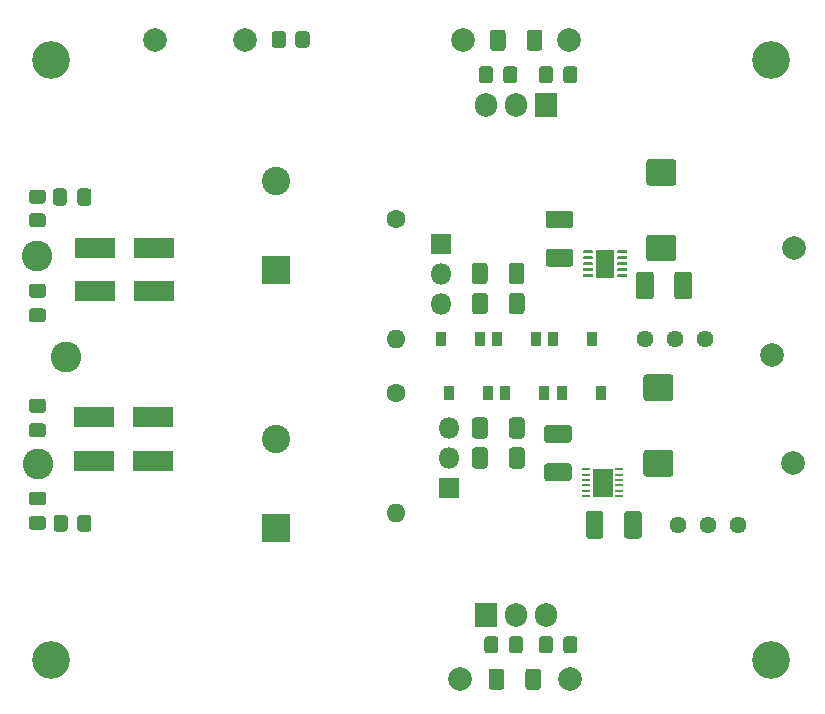
<source format=gbr>
G04 #@! TF.GenerationSoftware,KiCad,Pcbnew,(5.1.10-0-10_14)*
G04 #@! TF.CreationDate,2021-10-15T20:20:18+02:00*
G04 #@! TF.ProjectId,lv-lownoise-psu,6c762d6c-6f77-46e6-9f69-73652d707375,rev?*
G04 #@! TF.SameCoordinates,Original*
G04 #@! TF.FileFunction,Soldermask,Top*
G04 #@! TF.FilePolarity,Negative*
%FSLAX46Y46*%
G04 Gerber Fmt 4.6, Leading zero omitted, Abs format (unit mm)*
G04 Created by KiCad (PCBNEW (5.1.10-0-10_14)) date 2021-10-15 20:20:18*
%MOMM*%
%LPD*%
G01*
G04 APERTURE LIST*
%ADD10R,1.660000X2.380000*%
%ADD11R,0.700000X0.250000*%
%ADD12R,1.650000X2.380000*%
%ADD13C,2.000000*%
%ADD14R,0.900000X1.200000*%
%ADD15O,1.600000X1.600000*%
%ADD16C,1.600000*%
%ADD17O,1.800000X1.800000*%
%ADD18R,1.800000X1.800000*%
%ADD19O,1.905000X2.000000*%
%ADD20R,1.905000X2.000000*%
%ADD21R,3.500000X1.800000*%
%ADD22C,2.400000*%
%ADD23R,2.400000X2.400000*%
%ADD24C,1.440000*%
%ADD25C,2.600000*%
%ADD26C,3.200000*%
G04 APERTURE END LIST*
G36*
G01*
X122074500Y-66088499D02*
X122074500Y-67388501D01*
G75*
G02*
X121824501Y-67638500I-249999J0D01*
G01*
X120999499Y-67638500D01*
G75*
G02*
X120749500Y-67388501I0J249999D01*
G01*
X120749500Y-66088499D01*
G75*
G02*
X120999499Y-65838500I249999J0D01*
G01*
X121824501Y-65838500D01*
G75*
G02*
X122074500Y-66088499I0J-249999D01*
G01*
G37*
G36*
G01*
X125199500Y-66088499D02*
X125199500Y-67388501D01*
G75*
G02*
X124949501Y-67638500I-249999J0D01*
G01*
X124124499Y-67638500D01*
G75*
G02*
X123874500Y-67388501I0J249999D01*
G01*
X123874500Y-66088499D01*
G75*
G02*
X124124499Y-65838500I249999J0D01*
G01*
X124949501Y-65838500D01*
G75*
G02*
X125199500Y-66088499I0J-249999D01*
G01*
G37*
G36*
G01*
X123861000Y-51767501D02*
X123861000Y-50467499D01*
G75*
G02*
X124110999Y-50217500I249999J0D01*
G01*
X124936001Y-50217500D01*
G75*
G02*
X125186000Y-50467499I0J-249999D01*
G01*
X125186000Y-51767501D01*
G75*
G02*
X124936001Y-52017500I-249999J0D01*
G01*
X124110999Y-52017500D01*
G75*
G02*
X123861000Y-51767501I0J249999D01*
G01*
G37*
G36*
G01*
X120736000Y-51767501D02*
X120736000Y-50467499D01*
G75*
G02*
X120985999Y-50217500I249999J0D01*
G01*
X121811001Y-50217500D01*
G75*
G02*
X122061000Y-50467499I0J-249999D01*
G01*
X122061000Y-51767501D01*
G75*
G02*
X121811001Y-52017500I-249999J0D01*
G01*
X120985999Y-52017500D01*
G75*
G02*
X120736000Y-51767501I0J249999D01*
G01*
G37*
D10*
X131826000Y-68834000D03*
D11*
X133226000Y-67709000D03*
X133226000Y-68159000D03*
X133226000Y-68609000D03*
X133226000Y-69059000D03*
X133226000Y-69509000D03*
X133226000Y-69959000D03*
X130426000Y-69959000D03*
X130426000Y-69509000D03*
X130426000Y-69059000D03*
X130426000Y-68609000D03*
X130426000Y-68159000D03*
X130426000Y-67709000D03*
G36*
G01*
X133627500Y-73315000D02*
X133627500Y-71465000D01*
G75*
G02*
X133877500Y-71215000I250000J0D01*
G01*
X134877500Y-71215000D01*
G75*
G02*
X135127500Y-71465000I0J-250000D01*
G01*
X135127500Y-73315000D01*
G75*
G02*
X134877500Y-73565000I-250000J0D01*
G01*
X133877500Y-73565000D01*
G75*
G02*
X133627500Y-73315000I0J250000D01*
G01*
G37*
G36*
G01*
X130377500Y-73315000D02*
X130377500Y-71465000D01*
G75*
G02*
X130627500Y-71215000I250000J0D01*
G01*
X131627500Y-71215000D01*
G75*
G02*
X131877500Y-71465000I0J-250000D01*
G01*
X131877500Y-73315000D01*
G75*
G02*
X131627500Y-73565000I-250000J0D01*
G01*
X130627500Y-73565000D01*
G75*
G02*
X130377500Y-73315000I0J250000D01*
G01*
G37*
G36*
G01*
X127091000Y-67195000D02*
X128941000Y-67195000D01*
G75*
G02*
X129191000Y-67445000I0J-250000D01*
G01*
X129191000Y-68445000D01*
G75*
G02*
X128941000Y-68695000I-250000J0D01*
G01*
X127091000Y-68695000D01*
G75*
G02*
X126841000Y-68445000I0J250000D01*
G01*
X126841000Y-67445000D01*
G75*
G02*
X127091000Y-67195000I250000J0D01*
G01*
G37*
G36*
G01*
X127091000Y-63945000D02*
X128941000Y-63945000D01*
G75*
G02*
X129191000Y-64195000I0J-250000D01*
G01*
X129191000Y-65195000D01*
G75*
G02*
X128941000Y-65445000I-250000J0D01*
G01*
X127091000Y-65445000D01*
G75*
G02*
X126841000Y-65195000I0J250000D01*
G01*
X126841000Y-64195000D01*
G75*
G02*
X127091000Y-63945000I250000J0D01*
G01*
G37*
D12*
X132016500Y-50292000D03*
G36*
G01*
X133041500Y-49354500D02*
X133041500Y-49229500D01*
G75*
G02*
X133104000Y-49167000I62500J0D01*
G01*
X133829000Y-49167000D01*
G75*
G02*
X133891500Y-49229500I0J-62500D01*
G01*
X133891500Y-49354500D01*
G75*
G02*
X133829000Y-49417000I-62500J0D01*
G01*
X133104000Y-49417000D01*
G75*
G02*
X133041500Y-49354500I0J62500D01*
G01*
G37*
G36*
G01*
X133041500Y-49854500D02*
X133041500Y-49729500D01*
G75*
G02*
X133104000Y-49667000I62500J0D01*
G01*
X133829000Y-49667000D01*
G75*
G02*
X133891500Y-49729500I0J-62500D01*
G01*
X133891500Y-49854500D01*
G75*
G02*
X133829000Y-49917000I-62500J0D01*
G01*
X133104000Y-49917000D01*
G75*
G02*
X133041500Y-49854500I0J62500D01*
G01*
G37*
G36*
G01*
X133041500Y-50354500D02*
X133041500Y-50229500D01*
G75*
G02*
X133104000Y-50167000I62500J0D01*
G01*
X133829000Y-50167000D01*
G75*
G02*
X133891500Y-50229500I0J-62500D01*
G01*
X133891500Y-50354500D01*
G75*
G02*
X133829000Y-50417000I-62500J0D01*
G01*
X133104000Y-50417000D01*
G75*
G02*
X133041500Y-50354500I0J62500D01*
G01*
G37*
G36*
G01*
X133041500Y-50854500D02*
X133041500Y-50729500D01*
G75*
G02*
X133104000Y-50667000I62500J0D01*
G01*
X133829000Y-50667000D01*
G75*
G02*
X133891500Y-50729500I0J-62500D01*
G01*
X133891500Y-50854500D01*
G75*
G02*
X133829000Y-50917000I-62500J0D01*
G01*
X133104000Y-50917000D01*
G75*
G02*
X133041500Y-50854500I0J62500D01*
G01*
G37*
G36*
G01*
X133041500Y-51354500D02*
X133041500Y-51229500D01*
G75*
G02*
X133104000Y-51167000I62500J0D01*
G01*
X133829000Y-51167000D01*
G75*
G02*
X133891500Y-51229500I0J-62500D01*
G01*
X133891500Y-51354500D01*
G75*
G02*
X133829000Y-51417000I-62500J0D01*
G01*
X133104000Y-51417000D01*
G75*
G02*
X133041500Y-51354500I0J62500D01*
G01*
G37*
G36*
G01*
X130141500Y-51354500D02*
X130141500Y-51229500D01*
G75*
G02*
X130204000Y-51167000I62500J0D01*
G01*
X130929000Y-51167000D01*
G75*
G02*
X130991500Y-51229500I0J-62500D01*
G01*
X130991500Y-51354500D01*
G75*
G02*
X130929000Y-51417000I-62500J0D01*
G01*
X130204000Y-51417000D01*
G75*
G02*
X130141500Y-51354500I0J62500D01*
G01*
G37*
G36*
G01*
X130141500Y-50854500D02*
X130141500Y-50729500D01*
G75*
G02*
X130204000Y-50667000I62500J0D01*
G01*
X130929000Y-50667000D01*
G75*
G02*
X130991500Y-50729500I0J-62500D01*
G01*
X130991500Y-50854500D01*
G75*
G02*
X130929000Y-50917000I-62500J0D01*
G01*
X130204000Y-50917000D01*
G75*
G02*
X130141500Y-50854500I0J62500D01*
G01*
G37*
G36*
G01*
X130141500Y-50354500D02*
X130141500Y-50229500D01*
G75*
G02*
X130204000Y-50167000I62500J0D01*
G01*
X130929000Y-50167000D01*
G75*
G02*
X130991500Y-50229500I0J-62500D01*
G01*
X130991500Y-50354500D01*
G75*
G02*
X130929000Y-50417000I-62500J0D01*
G01*
X130204000Y-50417000D01*
G75*
G02*
X130141500Y-50354500I0J62500D01*
G01*
G37*
G36*
G01*
X130141500Y-49854500D02*
X130141500Y-49729500D01*
G75*
G02*
X130204000Y-49667000I62500J0D01*
G01*
X130929000Y-49667000D01*
G75*
G02*
X130991500Y-49729500I0J-62500D01*
G01*
X130991500Y-49854500D01*
G75*
G02*
X130929000Y-49917000I-62500J0D01*
G01*
X130204000Y-49917000D01*
G75*
G02*
X130141500Y-49854500I0J62500D01*
G01*
G37*
G36*
G01*
X130141500Y-49354500D02*
X130141500Y-49229500D01*
G75*
G02*
X130204000Y-49167000I62500J0D01*
G01*
X130929000Y-49167000D01*
G75*
G02*
X130991500Y-49229500I0J-62500D01*
G01*
X130991500Y-49354500D01*
G75*
G02*
X130929000Y-49417000I-62500J0D01*
G01*
X130204000Y-49417000D01*
G75*
G02*
X130141500Y-49354500I0J62500D01*
G01*
G37*
G36*
G01*
X137882000Y-53058500D02*
X137882000Y-51208500D01*
G75*
G02*
X138132000Y-50958500I250000J0D01*
G01*
X139132000Y-50958500D01*
G75*
G02*
X139382000Y-51208500I0J-250000D01*
G01*
X139382000Y-53058500D01*
G75*
G02*
X139132000Y-53308500I-250000J0D01*
G01*
X138132000Y-53308500D01*
G75*
G02*
X137882000Y-53058500I0J250000D01*
G01*
G37*
G36*
G01*
X134632000Y-53058500D02*
X134632000Y-51208500D01*
G75*
G02*
X134882000Y-50958500I250000J0D01*
G01*
X135882000Y-50958500D01*
G75*
G02*
X136132000Y-51208500I0J-250000D01*
G01*
X136132000Y-53058500D01*
G75*
G02*
X135882000Y-53308500I-250000J0D01*
G01*
X134882000Y-53308500D01*
G75*
G02*
X134632000Y-53058500I0J250000D01*
G01*
G37*
G36*
G01*
X129068000Y-47284000D02*
X127218000Y-47284000D01*
G75*
G02*
X126968000Y-47034000I0J250000D01*
G01*
X126968000Y-46034000D01*
G75*
G02*
X127218000Y-45784000I250000J0D01*
G01*
X129068000Y-45784000D01*
G75*
G02*
X129318000Y-46034000I0J-250000D01*
G01*
X129318000Y-47034000D01*
G75*
G02*
X129068000Y-47284000I-250000J0D01*
G01*
G37*
G36*
G01*
X129068000Y-50534000D02*
X127218000Y-50534000D01*
G75*
G02*
X126968000Y-50284000I0J250000D01*
G01*
X126968000Y-49284000D01*
G75*
G02*
X127218000Y-49034000I250000J0D01*
G01*
X129068000Y-49034000D01*
G75*
G02*
X129318000Y-49284000I0J-250000D01*
G01*
X129318000Y-50284000D01*
G75*
G02*
X129068000Y-50534000I-250000J0D01*
G01*
G37*
G36*
G01*
X122074500Y-63548499D02*
X122074500Y-64848501D01*
G75*
G02*
X121824501Y-65098500I-249999J0D01*
G01*
X120999499Y-65098500D01*
G75*
G02*
X120749500Y-64848501I0J249999D01*
G01*
X120749500Y-63548499D01*
G75*
G02*
X120999499Y-63298500I249999J0D01*
G01*
X121824501Y-63298500D01*
G75*
G02*
X122074500Y-63548499I0J-249999D01*
G01*
G37*
G36*
G01*
X125199500Y-63548499D02*
X125199500Y-64848501D01*
G75*
G02*
X124949501Y-65098500I-249999J0D01*
G01*
X124124499Y-65098500D01*
G75*
G02*
X123874500Y-64848501I0J249999D01*
G01*
X123874500Y-63548499D01*
G75*
G02*
X124124499Y-63298500I249999J0D01*
G01*
X124949501Y-63298500D01*
G75*
G02*
X125199500Y-63548499I0J-249999D01*
G01*
G37*
G36*
G01*
X123874500Y-54307501D02*
X123874500Y-53007499D01*
G75*
G02*
X124124499Y-52757500I249999J0D01*
G01*
X124949501Y-52757500D01*
G75*
G02*
X125199500Y-53007499I0J-249999D01*
G01*
X125199500Y-54307501D01*
G75*
G02*
X124949501Y-54557500I-249999J0D01*
G01*
X124124499Y-54557500D01*
G75*
G02*
X123874500Y-54307501I0J249999D01*
G01*
G37*
G36*
G01*
X120749500Y-54307501D02*
X120749500Y-53007499D01*
G75*
G02*
X120999499Y-52757500I249999J0D01*
G01*
X121824501Y-52757500D01*
G75*
G02*
X122074500Y-53007499I0J-249999D01*
G01*
X122074500Y-54307501D01*
G75*
G02*
X121824501Y-54557500I-249999J0D01*
G01*
X120999499Y-54557500D01*
G75*
G02*
X120749500Y-54307501I0J249999D01*
G01*
G37*
D13*
X119761000Y-85471000D03*
X129032000Y-85471000D03*
X128968500Y-31369000D03*
X120015000Y-31369000D03*
X93916500Y-31305500D03*
X101536500Y-31305500D03*
X147955000Y-67183000D03*
X146113500Y-58039000D03*
X148018500Y-48958500D03*
D14*
X123571000Y-61214000D03*
X126871000Y-61214000D03*
X128333500Y-61214000D03*
X131633500Y-61214000D03*
X130935000Y-56642000D03*
X127635000Y-56642000D03*
X126172500Y-56642000D03*
X122872500Y-56642000D03*
G36*
G01*
X123471500Y-84820998D02*
X123471500Y-86121002D01*
G75*
G02*
X123221502Y-86371000I-249998J0D01*
G01*
X122396498Y-86371000D01*
G75*
G02*
X122146500Y-86121002I0J249998D01*
G01*
X122146500Y-84820998D01*
G75*
G02*
X122396498Y-84571000I249998J0D01*
G01*
X123221502Y-84571000D01*
G75*
G02*
X123471500Y-84820998I0J-249998D01*
G01*
G37*
G36*
G01*
X126596500Y-84820998D02*
X126596500Y-86121002D01*
G75*
G02*
X126346502Y-86371000I-249998J0D01*
G01*
X125521498Y-86371000D01*
G75*
G02*
X125271500Y-86121002I0J249998D01*
G01*
X125271500Y-84820998D01*
G75*
G02*
X125521498Y-84571000I249998J0D01*
G01*
X126346502Y-84571000D01*
G75*
G02*
X126596500Y-84820998I0J-249998D01*
G01*
G37*
G36*
G01*
X125385000Y-32019002D02*
X125385000Y-30718998D01*
G75*
G02*
X125634998Y-30469000I249998J0D01*
G01*
X126460002Y-30469000D01*
G75*
G02*
X126710000Y-30718998I0J-249998D01*
G01*
X126710000Y-32019002D01*
G75*
G02*
X126460002Y-32269000I-249998J0D01*
G01*
X125634998Y-32269000D01*
G75*
G02*
X125385000Y-32019002I0J249998D01*
G01*
G37*
G36*
G01*
X122260000Y-32019002D02*
X122260000Y-30718998D01*
G75*
G02*
X122509998Y-30469000I249998J0D01*
G01*
X123335002Y-30469000D01*
G75*
G02*
X123585000Y-30718998I0J-249998D01*
G01*
X123585000Y-32019002D01*
G75*
G02*
X123335002Y-32269000I-249998J0D01*
G01*
X122509998Y-32269000D01*
G75*
G02*
X122260000Y-32019002I0J249998D01*
G01*
G37*
G36*
G01*
X123407500Y-34765000D02*
X123407500Y-33815000D01*
G75*
G02*
X123657500Y-33565000I250000J0D01*
G01*
X124332500Y-33565000D01*
G75*
G02*
X124582500Y-33815000I0J-250000D01*
G01*
X124582500Y-34765000D01*
G75*
G02*
X124332500Y-35015000I-250000J0D01*
G01*
X123657500Y-35015000D01*
G75*
G02*
X123407500Y-34765000I0J250000D01*
G01*
G37*
G36*
G01*
X121332500Y-34765000D02*
X121332500Y-33815000D01*
G75*
G02*
X121582500Y-33565000I250000J0D01*
G01*
X122257500Y-33565000D01*
G75*
G02*
X122507500Y-33815000I0J-250000D01*
G01*
X122507500Y-34765000D01*
G75*
G02*
X122257500Y-35015000I-250000J0D01*
G01*
X121582500Y-35015000D01*
G75*
G02*
X121332500Y-34765000I0J250000D01*
G01*
G37*
D15*
X114300000Y-71374000D03*
D16*
X114300000Y-61214000D03*
D15*
X114300000Y-56642000D03*
D16*
X114300000Y-46482000D03*
G36*
G01*
X83496999Y-46009000D02*
X84397001Y-46009000D01*
G75*
G02*
X84647000Y-46258999I0J-249999D01*
G01*
X84647000Y-46959001D01*
G75*
G02*
X84397001Y-47209000I-249999J0D01*
G01*
X83496999Y-47209000D01*
G75*
G02*
X83247000Y-46959001I0J249999D01*
G01*
X83247000Y-46258999D01*
G75*
G02*
X83496999Y-46009000I249999J0D01*
G01*
G37*
G36*
G01*
X83496999Y-44009000D02*
X84397001Y-44009000D01*
G75*
G02*
X84647000Y-44258999I0J-249999D01*
G01*
X84647000Y-44959001D01*
G75*
G02*
X84397001Y-45209000I-249999J0D01*
G01*
X83496999Y-45209000D01*
G75*
G02*
X83247000Y-44959001I0J249999D01*
G01*
X83247000Y-44258999D01*
G75*
G02*
X83496999Y-44009000I249999J0D01*
G01*
G37*
G36*
G01*
X87315500Y-72713001D02*
X87315500Y-71812999D01*
G75*
G02*
X87565499Y-71563000I249999J0D01*
G01*
X88265501Y-71563000D01*
G75*
G02*
X88515500Y-71812999I0J-249999D01*
G01*
X88515500Y-72713001D01*
G75*
G02*
X88265501Y-72963000I-249999J0D01*
G01*
X87565499Y-72963000D01*
G75*
G02*
X87315500Y-72713001I0J249999D01*
G01*
G37*
G36*
G01*
X85315500Y-72713001D02*
X85315500Y-71812999D01*
G75*
G02*
X85565499Y-71563000I249999J0D01*
G01*
X86265501Y-71563000D01*
G75*
G02*
X86515500Y-71812999I0J-249999D01*
G01*
X86515500Y-72713001D01*
G75*
G02*
X86265501Y-72963000I-249999J0D01*
G01*
X85565499Y-72963000D01*
G75*
G02*
X85315500Y-72713001I0J249999D01*
G01*
G37*
D17*
X118808500Y-64198500D03*
X118808500Y-66738500D03*
D18*
X118808500Y-69278500D03*
D17*
X118110000Y-53657500D03*
X118110000Y-51117500D03*
D18*
X118110000Y-48577500D03*
D14*
X118808500Y-61214000D03*
X122108500Y-61214000D03*
X121410000Y-56642000D03*
X118110000Y-56642000D03*
G36*
G01*
X86439500Y-44165500D02*
X86439500Y-45115500D01*
G75*
G02*
X86189500Y-45365500I-250000J0D01*
G01*
X85514500Y-45365500D01*
G75*
G02*
X85264500Y-45115500I0J250000D01*
G01*
X85264500Y-44165500D01*
G75*
G02*
X85514500Y-43915500I250000J0D01*
G01*
X86189500Y-43915500D01*
G75*
G02*
X86439500Y-44165500I0J-250000D01*
G01*
G37*
G36*
G01*
X88514500Y-44165500D02*
X88514500Y-45115500D01*
G75*
G02*
X88264500Y-45365500I-250000J0D01*
G01*
X87589500Y-45365500D01*
G75*
G02*
X87339500Y-45115500I0J250000D01*
G01*
X87339500Y-44165500D01*
G75*
G02*
X87589500Y-43915500I250000J0D01*
G01*
X88264500Y-43915500D01*
G75*
G02*
X88514500Y-44165500I0J-250000D01*
G01*
G37*
G36*
G01*
X83472000Y-71655000D02*
X84422000Y-71655000D01*
G75*
G02*
X84672000Y-71905000I0J-250000D01*
G01*
X84672000Y-72580000D01*
G75*
G02*
X84422000Y-72830000I-250000J0D01*
G01*
X83472000Y-72830000D01*
G75*
G02*
X83222000Y-72580000I0J250000D01*
G01*
X83222000Y-71905000D01*
G75*
G02*
X83472000Y-71655000I250000J0D01*
G01*
G37*
G36*
G01*
X83472000Y-69580000D02*
X84422000Y-69580000D01*
G75*
G02*
X84672000Y-69830000I0J-250000D01*
G01*
X84672000Y-70505000D01*
G75*
G02*
X84422000Y-70755000I-250000J0D01*
G01*
X83472000Y-70755000D01*
G75*
G02*
X83222000Y-70505000I0J250000D01*
G01*
X83222000Y-69830000D01*
G75*
G02*
X83472000Y-69580000I250000J0D01*
G01*
G37*
G36*
G01*
X84422000Y-53165500D02*
X83472000Y-53165500D01*
G75*
G02*
X83222000Y-52915500I0J250000D01*
G01*
X83222000Y-52240500D01*
G75*
G02*
X83472000Y-51990500I250000J0D01*
G01*
X84422000Y-51990500D01*
G75*
G02*
X84672000Y-52240500I0J-250000D01*
G01*
X84672000Y-52915500D01*
G75*
G02*
X84422000Y-53165500I-250000J0D01*
G01*
G37*
G36*
G01*
X84422000Y-55240500D02*
X83472000Y-55240500D01*
G75*
G02*
X83222000Y-54990500I0J250000D01*
G01*
X83222000Y-54315500D01*
G75*
G02*
X83472000Y-54065500I250000J0D01*
G01*
X84422000Y-54065500D01*
G75*
G02*
X84672000Y-54315500I0J-250000D01*
G01*
X84672000Y-54990500D01*
G75*
G02*
X84422000Y-55240500I-250000J0D01*
G01*
G37*
G36*
G01*
X84422000Y-62901500D02*
X83472000Y-62901500D01*
G75*
G02*
X83222000Y-62651500I0J250000D01*
G01*
X83222000Y-61976500D01*
G75*
G02*
X83472000Y-61726500I250000J0D01*
G01*
X84422000Y-61726500D01*
G75*
G02*
X84672000Y-61976500I0J-250000D01*
G01*
X84672000Y-62651500D01*
G75*
G02*
X84422000Y-62901500I-250000J0D01*
G01*
G37*
G36*
G01*
X84422000Y-64976500D02*
X83472000Y-64976500D01*
G75*
G02*
X83222000Y-64726500I0J250000D01*
G01*
X83222000Y-64051500D01*
G75*
G02*
X83472000Y-63801500I250000J0D01*
G01*
X84422000Y-63801500D01*
G75*
G02*
X84672000Y-64051500I0J-250000D01*
G01*
X84672000Y-64726500D01*
G75*
G02*
X84422000Y-64976500I-250000J0D01*
G01*
G37*
G36*
G01*
X135499999Y-66058000D02*
X137550001Y-66058000D01*
G75*
G02*
X137800000Y-66307999I0J-249999D01*
G01*
X137800000Y-68058001D01*
G75*
G02*
X137550001Y-68308000I-249999J0D01*
G01*
X135499999Y-68308000D01*
G75*
G02*
X135250000Y-68058001I0J249999D01*
G01*
X135250000Y-66307999D01*
G75*
G02*
X135499999Y-66058000I249999J0D01*
G01*
G37*
G36*
G01*
X135499999Y-59658000D02*
X137550001Y-59658000D01*
G75*
G02*
X137800000Y-59907999I0J-249999D01*
G01*
X137800000Y-61658001D01*
G75*
G02*
X137550001Y-61908000I-249999J0D01*
G01*
X135499999Y-61908000D01*
G75*
G02*
X135250000Y-61658001I0J249999D01*
G01*
X135250000Y-59907999D01*
G75*
G02*
X135499999Y-59658000I249999J0D01*
G01*
G37*
G36*
G01*
X137804001Y-43683500D02*
X135753999Y-43683500D01*
G75*
G02*
X135504000Y-43433501I0J249999D01*
G01*
X135504000Y-41683499D01*
G75*
G02*
X135753999Y-41433500I249999J0D01*
G01*
X137804001Y-41433500D01*
G75*
G02*
X138054000Y-41683499I0J-249999D01*
G01*
X138054000Y-43433501D01*
G75*
G02*
X137804001Y-43683500I-249999J0D01*
G01*
G37*
G36*
G01*
X137804001Y-50083500D02*
X135753999Y-50083500D01*
G75*
G02*
X135504000Y-49833501I0J249999D01*
G01*
X135504000Y-48083499D01*
G75*
G02*
X135753999Y-47833500I249999J0D01*
G01*
X137804001Y-47833500D01*
G75*
G02*
X138054000Y-48083499I0J-249999D01*
G01*
X138054000Y-49833501D01*
G75*
G02*
X137804001Y-50083500I-249999J0D01*
G01*
G37*
D19*
X127000000Y-80010000D03*
X124460000Y-80010000D03*
D20*
X121920000Y-80010000D03*
D19*
X121920000Y-36830000D03*
X124460000Y-36830000D03*
D20*
X127000000Y-36830000D03*
D21*
X88827600Y-52578000D03*
X93827600Y-52578000D03*
X88827600Y-48971200D03*
X93827600Y-48971200D03*
X93726000Y-63296800D03*
X88726000Y-63296800D03*
X93726000Y-66954400D03*
X88726000Y-66954400D03*
D22*
X104140000Y-65151000D03*
D23*
X104140000Y-72651000D03*
D22*
X104140000Y-43300000D03*
D23*
X104140000Y-50800000D03*
G36*
G01*
X105794000Y-31755501D02*
X105794000Y-30855499D01*
G75*
G02*
X106043999Y-30605500I249999J0D01*
G01*
X106744001Y-30605500D01*
G75*
G02*
X106994000Y-30855499I0J-249999D01*
G01*
X106994000Y-31755501D01*
G75*
G02*
X106744001Y-32005500I-249999J0D01*
G01*
X106043999Y-32005500D01*
G75*
G02*
X105794000Y-31755501I0J249999D01*
G01*
G37*
G36*
G01*
X103794000Y-31755501D02*
X103794000Y-30855499D01*
G75*
G02*
X104043999Y-30605500I249999J0D01*
G01*
X104744001Y-30605500D01*
G75*
G02*
X104994000Y-30855499I0J-249999D01*
G01*
X104994000Y-31755501D01*
G75*
G02*
X104744001Y-32005500I-249999J0D01*
G01*
X104043999Y-32005500D01*
G75*
G02*
X103794000Y-31755501I0J249999D01*
G01*
G37*
G36*
G01*
X127587500Y-82075000D02*
X127587500Y-83025000D01*
G75*
G02*
X127337500Y-83275000I-250000J0D01*
G01*
X126662500Y-83275000D01*
G75*
G02*
X126412500Y-83025000I0J250000D01*
G01*
X126412500Y-82075000D01*
G75*
G02*
X126662500Y-81825000I250000J0D01*
G01*
X127337500Y-81825000D01*
G75*
G02*
X127587500Y-82075000I0J-250000D01*
G01*
G37*
G36*
G01*
X129662500Y-82075000D02*
X129662500Y-83025000D01*
G75*
G02*
X129412500Y-83275000I-250000J0D01*
G01*
X128737500Y-83275000D01*
G75*
G02*
X128487500Y-83025000I0J250000D01*
G01*
X128487500Y-82075000D01*
G75*
G02*
X128737500Y-81825000I250000J0D01*
G01*
X129412500Y-81825000D01*
G75*
G02*
X129662500Y-82075000I0J-250000D01*
G01*
G37*
G36*
G01*
X123872500Y-83025000D02*
X123872500Y-82075000D01*
G75*
G02*
X124122500Y-81825000I250000J0D01*
G01*
X124797500Y-81825000D01*
G75*
G02*
X125047500Y-82075000I0J-250000D01*
G01*
X125047500Y-83025000D01*
G75*
G02*
X124797500Y-83275000I-250000J0D01*
G01*
X124122500Y-83275000D01*
G75*
G02*
X123872500Y-83025000I0J250000D01*
G01*
G37*
G36*
G01*
X121797500Y-83025000D02*
X121797500Y-82075000D01*
G75*
G02*
X122047500Y-81825000I250000J0D01*
G01*
X122722500Y-81825000D01*
G75*
G02*
X122972500Y-82075000I0J-250000D01*
G01*
X122972500Y-83025000D01*
G75*
G02*
X122722500Y-83275000I-250000J0D01*
G01*
X122047500Y-83275000D01*
G75*
G02*
X121797500Y-83025000I0J250000D01*
G01*
G37*
G36*
G01*
X128487500Y-34765000D02*
X128487500Y-33815000D01*
G75*
G02*
X128737500Y-33565000I250000J0D01*
G01*
X129412500Y-33565000D01*
G75*
G02*
X129662500Y-33815000I0J-250000D01*
G01*
X129662500Y-34765000D01*
G75*
G02*
X129412500Y-35015000I-250000J0D01*
G01*
X128737500Y-35015000D01*
G75*
G02*
X128487500Y-34765000I0J250000D01*
G01*
G37*
G36*
G01*
X126412500Y-34765000D02*
X126412500Y-33815000D01*
G75*
G02*
X126662500Y-33565000I250000J0D01*
G01*
X127337500Y-33565000D01*
G75*
G02*
X127587500Y-33815000I0J-250000D01*
G01*
X127587500Y-34765000D01*
G75*
G02*
X127337500Y-35015000I-250000J0D01*
G01*
X126662500Y-35015000D01*
G75*
G02*
X126412500Y-34765000I0J250000D01*
G01*
G37*
D24*
X143256000Y-72390000D03*
X140716000Y-72390000D03*
X138176000Y-72390000D03*
X140462000Y-56642000D03*
X137922000Y-56642000D03*
X135382000Y-56642000D03*
D25*
X83921600Y-49631600D03*
X86360000Y-58166000D03*
X83972400Y-67259200D03*
D26*
X146050000Y-33020000D03*
X146050000Y-83820000D03*
X85090000Y-83820000D03*
X85090000Y-33020000D03*
M02*

</source>
